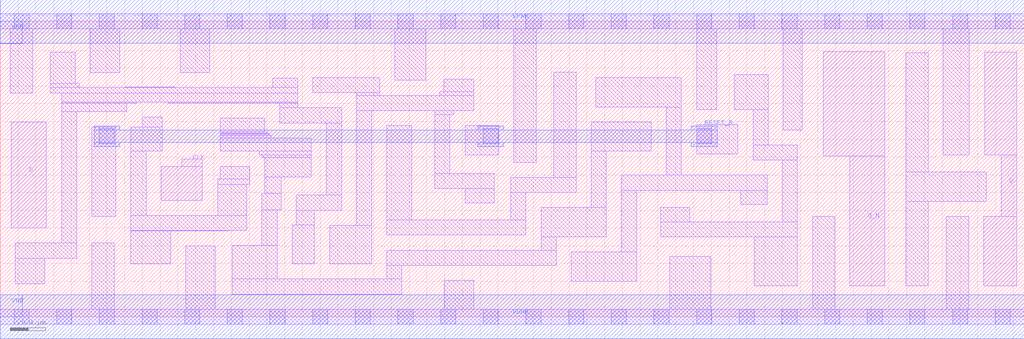
<source format=lef>
# Copyright 2020 The SkyWater PDK Authors
#
# Licensed under the Apache License, Version 2.0 (the "License");
# you may not use this file except in compliance with the License.
# You may obtain a copy of the License at
#
#     https://www.apache.org/licenses/LICENSE-2.0
#
# Unless required by applicable law or agreed to in writing, software
# distributed under the License is distributed on an "AS IS" BASIS,
# WITHOUT WARRANTIES OR CONDITIONS OF ANY KIND, either express or implied.
# See the License for the specific language governing permissions and
# limitations under the License.
#
# SPDX-License-Identifier: Apache-2.0

VERSION 5.5 ;
NAMESCASESENSITIVE ON ;
BUSBITCHARS "[]" ;
DIVIDERCHAR "/" ;
MACRO sky130_fd_sc_hs__dfrbp_1
  CLASS CORE ;
  SOURCE USER ;
  ORIGIN  0.000000  0.000000 ;
  SIZE  11.52000 BY  3.330000 ;
  SYMMETRY X Y R90 ;
  SITE unit ;
  PIN D
    ANTENNAGATEAREA  0.126000 ;
    DIRECTION INPUT ;
    USE SIGNAL ;
    PORT
      LAYER li1 ;
        RECT 0.125000 1.000000 0.520000 2.195000 ;
    END
  END D
  PIN Q
    ANTENNADIFFAREA  0.541300 ;
    DIRECTION OUTPUT ;
    USE SIGNAL ;
    PORT
      LAYER li1 ;
        RECT 11.065000 0.350000 11.435000 1.130000 ;
        RECT 11.075000 1.820000 11.435000 2.980000 ;
        RECT 11.265000 1.130000 11.435000 1.820000 ;
    END
  END Q
  PIN Q_N
    ANTENNADIFFAREA  0.951500 ;
    DIRECTION OUTPUT ;
    USE SIGNAL ;
    PORT
      LAYER li1 ;
        RECT 9.260000 1.810000 9.950000 2.985000 ;
        RECT 9.560000 0.350000 9.950000 1.810000 ;
    END
  END Q_N
  PIN RESET_B
    ANTENNAGATEAREA  0.378000 ;
    DIRECTION INPUT ;
    USE SIGNAL ;
    PORT
      LAYER met1 ;
        RECT 1.055000 1.920000 1.345000 1.965000 ;
        RECT 1.055000 1.965000 8.065000 2.105000 ;
        RECT 1.055000 2.105000 1.345000 2.150000 ;
        RECT 5.375000 1.920000 5.665000 1.965000 ;
        RECT 5.375000 2.105000 5.665000 2.150000 ;
        RECT 7.775000 1.920000 8.065000 1.965000 ;
        RECT 7.775000 2.105000 8.065000 2.150000 ;
    END
  END RESET_B
  PIN CLK
    ANTENNAGATEAREA  0.261000 ;
    DIRECTION INPUT ;
    USE CLOCK ;
    PORT
      LAYER li1 ;
        RECT 1.810000 1.310000 2.275000 1.695000 ;
        RECT 2.045000 1.695000 2.275000 1.780000 ;
    END
  END CLK
  PIN VGND
    DIRECTION INOUT ;
    USE GROUND ;
    PORT
      LAYER met1 ;
        RECT 0.000000 -0.245000 11.520000 0.245000 ;
    END
  END VGND
  PIN VNB
    DIRECTION INOUT ;
    USE GROUND ;
    PORT
      LAYER met1 ;
        RECT 0.000000 0.000000 0.250000 0.250000 ;
    END
  END VNB
  PIN VPB
    DIRECTION INOUT ;
    USE POWER ;
    PORT
      LAYER met1 ;
        RECT 0.000000 3.080000 0.250000 3.330000 ;
    END
  END VPB
  PIN VPWR
    DIRECTION INOUT ;
    USE POWER ;
    PORT
      LAYER met1 ;
        RECT 0.000000 3.085000 11.520000 3.575000 ;
    END
  END VPWR
  OBS
    LAYER li1 ;
      RECT  0.000000 -0.085000 11.520000 0.085000 ;
      RECT  0.000000  3.245000 11.520000 3.415000 ;
      RECT  0.115000  2.520000  0.365000 3.245000 ;
      RECT  0.170000  0.370000  0.500000 0.660000 ;
      RECT  0.170000  0.660000  0.860000 0.830000 ;
      RECT  0.565000  2.520000  3.345000 2.580000 ;
      RECT  0.565000  2.580000  0.890000 2.630000 ;
      RECT  0.565000  2.630000  0.845000 2.980000 ;
      RECT  0.690000  0.830000  0.860000 2.310000 ;
      RECT  0.690000  2.310000  1.425000 2.410000 ;
      RECT  0.690000  2.410000  1.530000 2.420000 ;
      RECT  0.690000  2.420000  3.345000 2.520000 ;
      RECT  1.015000  2.750000  1.345000 3.245000 ;
      RECT  1.030000  0.085000  1.280000 0.830000 ;
      RECT  1.030000  1.130000  1.300000 2.140000 ;
      RECT  1.405000  2.580000  1.965000 2.590000 ;
      RECT  1.470000  0.595000  1.920000 0.970000 ;
      RECT  1.470000  0.970000  2.560000 0.975000 ;
      RECT  1.470000  0.975000  2.775000 1.140000 ;
      RECT  1.470000  1.140000  1.640000 1.865000 ;
      RECT  1.470000  1.865000  1.825000 2.140000 ;
      RECT  1.595000  2.140000  1.825000 2.250000 ;
      RECT  1.890000  2.410000  3.345000 2.420000 ;
      RECT  2.025000  2.750000  2.355000 3.245000 ;
      RECT  2.090000  0.085000  2.420000 0.800000 ;
      RECT  2.445000  1.140000  2.775000 1.490000 ;
      RECT  2.445000  1.490000  2.805000 1.550000 ;
      RECT  2.475000  1.550000  2.805000 1.695000 ;
      RECT  2.475000  1.865000  3.500000 2.015000 ;
      RECT  2.475000  2.015000  3.050000 2.040000 ;
      RECT  2.475000  2.040000  3.025000 2.060000 ;
      RECT  2.475000  2.060000  3.020000 2.065000 ;
      RECT  2.475000  2.065000  3.000000 2.080000 ;
      RECT  2.475000  2.080000  2.975000 2.240000 ;
      RECT  2.610000  0.255000  4.520000 0.425000 ;
      RECT  2.610000  0.425000  3.115000 0.805000 ;
      RECT  2.915000  1.825000  3.500000 1.865000 ;
      RECT  2.945000  0.805000  3.115000 1.205000 ;
      RECT  2.945000  1.205000  3.160000 1.390000 ;
      RECT  2.945000  1.795000  3.500000 1.825000 ;
      RECT  2.975000  1.390000  3.160000 1.575000 ;
      RECT  2.975000  1.575000  3.500000 1.795000 ;
      RECT  3.065000  2.580000  3.345000 2.690000 ;
      RECT  3.145000  2.185000  3.840000 2.355000 ;
      RECT  3.145000  2.355000  3.345000 2.410000 ;
      RECT  3.285000  0.595000  3.535000 1.035000 ;
      RECT  3.330000  1.035000  3.535000 1.200000 ;
      RECT  3.330000  1.200000  3.840000 1.370000 ;
      RECT  3.515000  2.525000  4.270000 2.695000 ;
      RECT  3.670000  1.370000  3.840000 2.185000 ;
      RECT  3.705000  0.595000  4.180000 1.030000 ;
      RECT  4.010000  1.030000  4.180000 2.325000 ;
      RECT  4.010000  2.325000  5.325000 2.495000 ;
      RECT  4.010000  2.495000  4.270000 2.525000 ;
      RECT  4.350000  0.425000  4.520000 0.580000 ;
      RECT  4.350000  0.580000  6.255000 0.750000 ;
      RECT  4.350000  0.920000  5.915000 1.090000 ;
      RECT  4.350000  1.090000  4.630000 2.155000 ;
      RECT  4.440000  2.665000  4.785000 3.245000 ;
      RECT  4.890000  1.445000  5.560000 1.615000 ;
      RECT  4.890000  1.615000  5.060000 2.280000 ;
      RECT  4.890000  2.280000  5.105000 2.325000 ;
      RECT  4.945000  2.495000  5.325000 2.540000 ;
      RECT  4.990000  2.540000  5.325000 2.680000 ;
      RECT  4.995000  0.085000  5.325000 0.410000 ;
      RECT  5.230000  1.285000  5.560000 1.445000 ;
      RECT  5.230000  1.825000  5.610000 2.155000 ;
      RECT  5.745000  1.090000  5.915000 1.400000 ;
      RECT  5.745000  1.400000  6.480000 1.570000 ;
      RECT  5.780000  1.740000  6.030000 3.245000 ;
      RECT  6.085000  0.750000  6.255000 0.900000 ;
      RECT  6.085000  0.900000  6.820000 1.230000 ;
      RECT  6.230000  1.570000  6.480000 2.755000 ;
      RECT  6.425000  0.400000  7.160000 0.730000 ;
      RECT  6.650000  1.230000  6.820000 1.865000 ;
      RECT  6.650000  1.865000  7.325000 2.195000 ;
      RECT  6.700000  2.365000  7.665000 2.695000 ;
      RECT  6.990000  0.730000  7.160000 1.425000 ;
      RECT  6.990000  1.425000  8.630000 1.595000 ;
      RECT  7.430000  0.900000  8.970000 1.070000 ;
      RECT  7.430000  1.070000  7.760000 1.230000 ;
      RECT  7.495000  1.595000  7.665000 2.365000 ;
      RECT  7.535000  0.085000  7.995000 0.680000 ;
      RECT  7.835000  1.835000  8.300000 2.165000 ;
      RECT  7.835000  2.335000  8.060000 3.245000 ;
      RECT  8.260000  2.335000  8.640000 2.730000 ;
      RECT  8.330000  1.265000  8.630000 1.425000 ;
      RECT  8.470000  1.765000  8.970000 1.935000 ;
      RECT  8.470000  1.935000  8.640000 2.335000 ;
      RECT  8.485000  0.350000  8.970000 0.900000 ;
      RECT  8.800000  1.070000  8.970000 1.765000 ;
      RECT  8.810000  2.105000  9.025000 3.245000 ;
      RECT  9.140000  0.085000  9.390000 1.130000 ;
      RECT 10.190000  0.350000 10.440000 1.300000 ;
      RECT 10.190000  1.300000 11.095000 1.630000 ;
      RECT 10.190000  1.630000 10.440000 2.975000 ;
      RECT 10.610000  1.820000 10.905000 3.245000 ;
      RECT 10.645000  0.085000 10.895000 1.130000 ;
    LAYER mcon ;
      RECT  0.155000 -0.085000  0.325000 0.085000 ;
      RECT  0.155000  3.245000  0.325000 3.415000 ;
      RECT  0.635000 -0.085000  0.805000 0.085000 ;
      RECT  0.635000  3.245000  0.805000 3.415000 ;
      RECT  1.115000 -0.085000  1.285000 0.085000 ;
      RECT  1.115000  1.950000  1.285000 2.120000 ;
      RECT  1.115000  3.245000  1.285000 3.415000 ;
      RECT  1.595000 -0.085000  1.765000 0.085000 ;
      RECT  1.595000  3.245000  1.765000 3.415000 ;
      RECT  2.075000 -0.085000  2.245000 0.085000 ;
      RECT  2.075000  3.245000  2.245000 3.415000 ;
      RECT  2.555000 -0.085000  2.725000 0.085000 ;
      RECT  2.555000  3.245000  2.725000 3.415000 ;
      RECT  3.035000 -0.085000  3.205000 0.085000 ;
      RECT  3.035000  3.245000  3.205000 3.415000 ;
      RECT  3.515000 -0.085000  3.685000 0.085000 ;
      RECT  3.515000  3.245000  3.685000 3.415000 ;
      RECT  3.995000 -0.085000  4.165000 0.085000 ;
      RECT  3.995000  3.245000  4.165000 3.415000 ;
      RECT  4.475000 -0.085000  4.645000 0.085000 ;
      RECT  4.475000  3.245000  4.645000 3.415000 ;
      RECT  4.955000 -0.085000  5.125000 0.085000 ;
      RECT  4.955000  3.245000  5.125000 3.415000 ;
      RECT  5.435000 -0.085000  5.605000 0.085000 ;
      RECT  5.435000  1.950000  5.605000 2.120000 ;
      RECT  5.435000  3.245000  5.605000 3.415000 ;
      RECT  5.915000 -0.085000  6.085000 0.085000 ;
      RECT  5.915000  3.245000  6.085000 3.415000 ;
      RECT  6.395000 -0.085000  6.565000 0.085000 ;
      RECT  6.395000  3.245000  6.565000 3.415000 ;
      RECT  6.875000 -0.085000  7.045000 0.085000 ;
      RECT  6.875000  3.245000  7.045000 3.415000 ;
      RECT  7.355000 -0.085000  7.525000 0.085000 ;
      RECT  7.355000  3.245000  7.525000 3.415000 ;
      RECT  7.835000 -0.085000  8.005000 0.085000 ;
      RECT  7.835000  1.950000  8.005000 2.120000 ;
      RECT  7.835000  3.245000  8.005000 3.415000 ;
      RECT  8.315000 -0.085000  8.485000 0.085000 ;
      RECT  8.315000  3.245000  8.485000 3.415000 ;
      RECT  8.795000 -0.085000  8.965000 0.085000 ;
      RECT  8.795000  3.245000  8.965000 3.415000 ;
      RECT  9.275000 -0.085000  9.445000 0.085000 ;
      RECT  9.275000  3.245000  9.445000 3.415000 ;
      RECT  9.755000 -0.085000  9.925000 0.085000 ;
      RECT  9.755000  3.245000  9.925000 3.415000 ;
      RECT 10.235000 -0.085000 10.405000 0.085000 ;
      RECT 10.235000  3.245000 10.405000 3.415000 ;
      RECT 10.715000 -0.085000 10.885000 0.085000 ;
      RECT 10.715000  3.245000 10.885000 3.415000 ;
      RECT 11.195000 -0.085000 11.365000 0.085000 ;
      RECT 11.195000  3.245000 11.365000 3.415000 ;
  END
END sky130_fd_sc_hs__dfrbp_1

</source>
